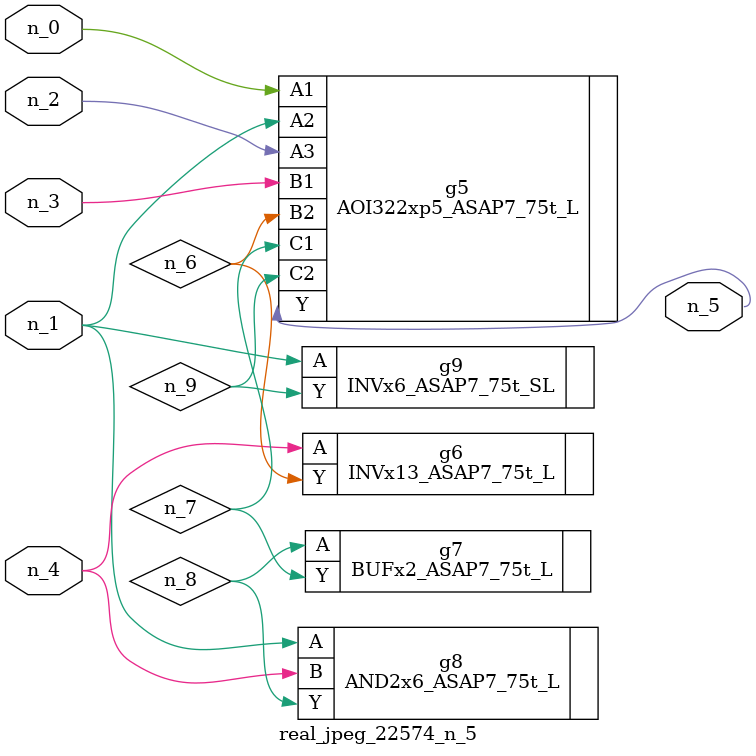
<source format=v>
module real_jpeg_22574_n_5 (n_4, n_0, n_1, n_2, n_3, n_5);

input n_4;
input n_0;
input n_1;
input n_2;
input n_3;

output n_5;

wire n_8;
wire n_6;
wire n_7;
wire n_9;

AOI322xp5_ASAP7_75t_L g5 ( 
.A1(n_0),
.A2(n_1),
.A3(n_2),
.B1(n_3),
.B2(n_6),
.C1(n_7),
.C2(n_9),
.Y(n_5)
);

AND2x6_ASAP7_75t_L g8 ( 
.A(n_1),
.B(n_4),
.Y(n_8)
);

INVx6_ASAP7_75t_SL g9 ( 
.A(n_1),
.Y(n_9)
);

INVx13_ASAP7_75t_L g6 ( 
.A(n_4),
.Y(n_6)
);

BUFx2_ASAP7_75t_L g7 ( 
.A(n_8),
.Y(n_7)
);


endmodule
</source>
